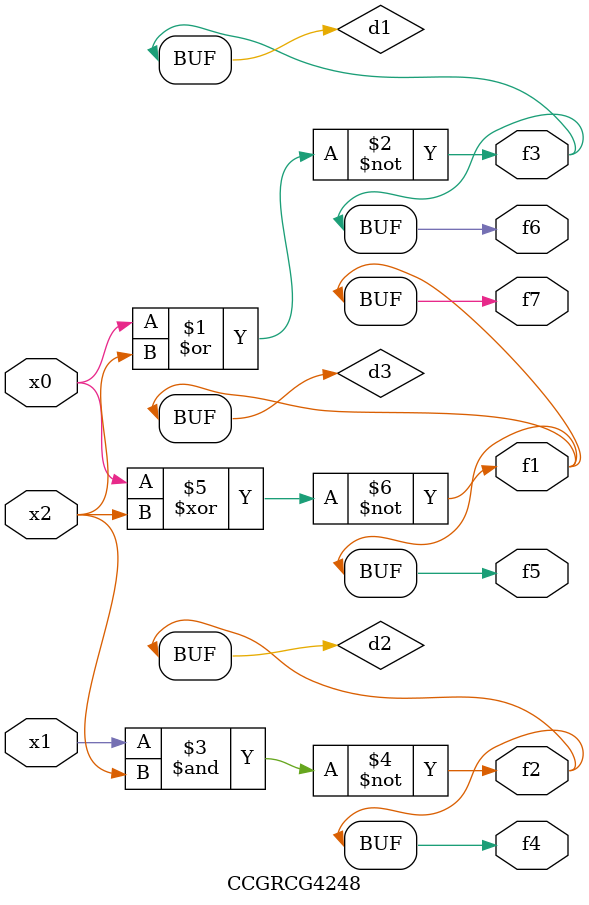
<source format=v>
module CCGRCG4248(
	input x0, x1, x2,
	output f1, f2, f3, f4, f5, f6, f7
);

	wire d1, d2, d3;

	nor (d1, x0, x2);
	nand (d2, x1, x2);
	xnor (d3, x0, x2);
	assign f1 = d3;
	assign f2 = d2;
	assign f3 = d1;
	assign f4 = d2;
	assign f5 = d3;
	assign f6 = d1;
	assign f7 = d3;
endmodule

</source>
